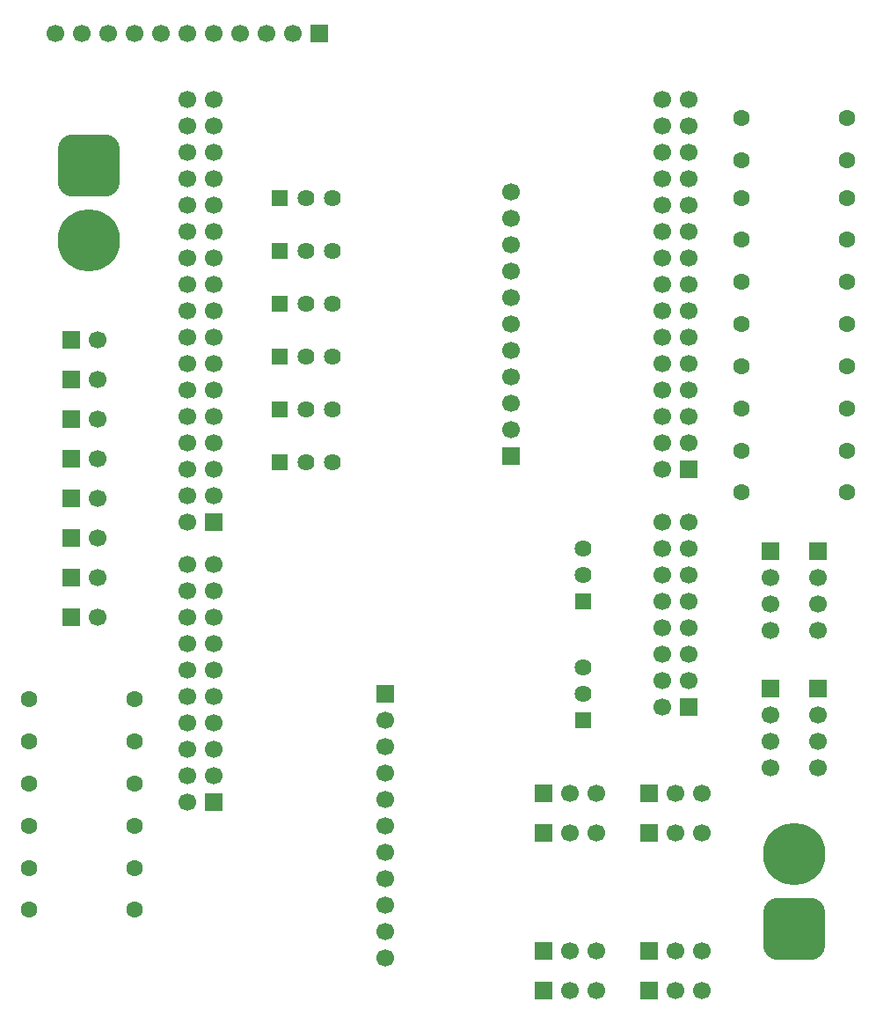
<source format=gts>
G04 #@! TF.GenerationSoftware,KiCad,Pcbnew,9.0.2*
G04 #@! TF.CreationDate,2025-08-04T14:03:07+09:00*
G04 #@! TF.ProjectId,F767ZI_MB_V1.5,46373637-5a49-45f4-9d42-5f56312e352e,rev?*
G04 #@! TF.SameCoordinates,Original*
G04 #@! TF.FileFunction,Soldermask,Top*
G04 #@! TF.FilePolarity,Negative*
%FSLAX46Y46*%
G04 Gerber Fmt 4.6, Leading zero omitted, Abs format (unit mm)*
G04 Created by KiCad (PCBNEW 9.0.2) date 2025-08-04 14:03:07*
%MOMM*%
%LPD*%
G01*
G04 APERTURE LIST*
G04 Aperture macros list*
%AMRoundRect*
0 Rectangle with rounded corners*
0 $1 Rounding radius*
0 $2 $3 $4 $5 $6 $7 $8 $9 X,Y pos of 4 corners*
0 Add a 4 corners polygon primitive as box body*
4,1,4,$2,$3,$4,$5,$6,$7,$8,$9,$2,$3,0*
0 Add four circle primitives for the rounded corners*
1,1,$1+$1,$2,$3*
1,1,$1+$1,$4,$5*
1,1,$1+$1,$6,$7*
1,1,$1+$1,$8,$9*
0 Add four rect primitives between the rounded corners*
20,1,$1+$1,$2,$3,$4,$5,0*
20,1,$1+$1,$4,$5,$6,$7,0*
20,1,$1+$1,$6,$7,$8,$9,0*
20,1,$1+$1,$8,$9,$2,$3,0*%
G04 Aperture macros list end*
%ADD10R,1.700000X1.700000*%
%ADD11C,1.700000*%
%ADD12C,1.600000*%
%ADD13R,1.625600X1.625600*%
%ADD14C,1.625600*%
%ADD15RoundRect,1.500000X-1.500000X1.500000X-1.500000X-1.500000X1.500000X-1.500000X1.500000X1.500000X0*%
%ADD16C,6.000000*%
%ADD17RoundRect,1.500000X1.500000X-1.500000X1.500000X1.500000X-1.500000X1.500000X-1.500000X-1.500000X0*%
G04 APERTURE END LIST*
D10*
X171450000Y-161930000D03*
D11*
X173990000Y-161930000D03*
X176530000Y-161930000D03*
X176530000Y-150550000D03*
X173990000Y-150550000D03*
D10*
X171450000Y-150550000D03*
D11*
X176530000Y-146740000D03*
X173990000Y-146740000D03*
D10*
X171450000Y-146740000D03*
X171450000Y-165740000D03*
D11*
X173990000Y-165740000D03*
X176530000Y-165740000D03*
D12*
X180340000Y-81788000D03*
X190500000Y-81788000D03*
X180340000Y-117828000D03*
X190500000Y-117828000D03*
X190500000Y-105678000D03*
X180340000Y-105678000D03*
X190500000Y-93528000D03*
X180340000Y-93528000D03*
X190500000Y-101628000D03*
X180340000Y-101628000D03*
X190500000Y-109728000D03*
X180340000Y-109728000D03*
X190500000Y-85838000D03*
X180340000Y-85838000D03*
X190500000Y-113778000D03*
X180340000Y-113778000D03*
X190500000Y-89478000D03*
X180340000Y-89478000D03*
X190500000Y-97578000D03*
X180340000Y-97578000D03*
D10*
X183134000Y-136652000D03*
D11*
X183134000Y-139192000D03*
X183134000Y-141732000D03*
X183134000Y-144272000D03*
X187724000Y-131064000D03*
X187724000Y-128524000D03*
X187724000Y-125984000D03*
D10*
X187724000Y-123444000D03*
D11*
X183134000Y-131064000D03*
X183134000Y-128524000D03*
X183134000Y-125984000D03*
D10*
X183134000Y-123444000D03*
X115824000Y-118364000D03*
D11*
X118364000Y-118364000D03*
D10*
X115824000Y-122174000D03*
D11*
X118364000Y-122174000D03*
X187724000Y-144272000D03*
X187724000Y-141732000D03*
X187724000Y-139192000D03*
D10*
X187724000Y-136652000D03*
D12*
X121920000Y-137710000D03*
X111760000Y-137710000D03*
X121920000Y-157960000D03*
X111760000Y-157960000D03*
D10*
X115827000Y-125997000D03*
D11*
X118367000Y-125997000D03*
D10*
X115824000Y-114554000D03*
D11*
X118364000Y-114554000D03*
D12*
X121920000Y-145810000D03*
X111760000Y-145810000D03*
X121920000Y-153910000D03*
X111760000Y-153910000D03*
X121920000Y-141760000D03*
X111760000Y-141760000D03*
D10*
X115824000Y-110744000D03*
D11*
X118364000Y-110744000D03*
D10*
X115827000Y-129807000D03*
D11*
X118367000Y-129807000D03*
X118364000Y-103124000D03*
D10*
X115824000Y-103124000D03*
D12*
X121920000Y-149860000D03*
X111760000Y-149860000D03*
D11*
X118364000Y-106934000D03*
D10*
X115824000Y-106934000D03*
D13*
X165100000Y-128270000D03*
D14*
X165100000Y-125730000D03*
X165100000Y-123190000D03*
D11*
X172720000Y-80010000D03*
X175260000Y-80010000D03*
X172720000Y-82550000D03*
X175260000Y-82550000D03*
X172720000Y-85090000D03*
X175260000Y-85090000D03*
X172720000Y-87630000D03*
X175260000Y-87630000D03*
X172720000Y-90170000D03*
X175260000Y-90170000D03*
X172720000Y-92710000D03*
X175260000Y-92710000D03*
X172720000Y-95250000D03*
X175260000Y-95250000D03*
X172720000Y-97790000D03*
X175260000Y-97790000D03*
X172720000Y-100330000D03*
X175260000Y-100330000D03*
X172720000Y-102870000D03*
X175260000Y-102870000D03*
X172720000Y-105410000D03*
X175260000Y-105410000D03*
X172720000Y-107950000D03*
X175260000Y-107950000D03*
X172720000Y-110490000D03*
X175260000Y-110490000D03*
X172720000Y-113030000D03*
X175260000Y-113030000D03*
X172720000Y-115570000D03*
D10*
X175260000Y-115570000D03*
D11*
X172720000Y-120660000D03*
X175260000Y-120660000D03*
X172720000Y-123200000D03*
X175260000Y-123200000D03*
X172720000Y-125740000D03*
X175260000Y-125740000D03*
X172720000Y-128280000D03*
X175260000Y-128280000D03*
X172720000Y-130820000D03*
X175260000Y-130820000D03*
X172720000Y-133360000D03*
X175260000Y-133360000D03*
X172720000Y-135900000D03*
X175260000Y-135900000D03*
X172720000Y-138440000D03*
D10*
X175260000Y-138440000D03*
D11*
X166370000Y-146740000D03*
X163830000Y-146740000D03*
D10*
X161290000Y-146740000D03*
D11*
X166370000Y-150550000D03*
X163830000Y-150550000D03*
D10*
X161290000Y-150550000D03*
D11*
X158115000Y-88900000D03*
X158115000Y-91440000D03*
X158115000Y-93980000D03*
X158115000Y-96520000D03*
X158115000Y-99060000D03*
X158115000Y-101600000D03*
X158115000Y-104140000D03*
X158115000Y-106680000D03*
X158115000Y-109220000D03*
X158115000Y-111760000D03*
D10*
X158115000Y-114300000D03*
D13*
X135890000Y-114935000D03*
D14*
X138430000Y-114935000D03*
X140970000Y-114935000D03*
D13*
X165100000Y-139700000D03*
D14*
X165100000Y-137160000D03*
X165100000Y-134620000D03*
X140970000Y-109855000D03*
X138430000Y-109855000D03*
D13*
X135890000Y-109855000D03*
X135890000Y-99695000D03*
D14*
X138430000Y-99695000D03*
X140970000Y-99695000D03*
D13*
X135890000Y-94615000D03*
D14*
X138430000Y-94615000D03*
X140970000Y-94615000D03*
D13*
X135890000Y-89535000D03*
D14*
X138430000Y-89535000D03*
X140970000Y-89535000D03*
D13*
X135890000Y-104775000D03*
D14*
X138430000Y-104775000D03*
X140970000Y-104775000D03*
D10*
X161290000Y-165740000D03*
D11*
X163830000Y-165740000D03*
X166370000Y-165740000D03*
X166370000Y-161930000D03*
X163830000Y-161930000D03*
D10*
X161290000Y-161930000D03*
D15*
X117475000Y-86360000D03*
D16*
X117475000Y-93560000D03*
D17*
X185420000Y-159766000D03*
D16*
X185420000Y-152566000D03*
D10*
X139700000Y-73660000D03*
D11*
X137160000Y-73660000D03*
X134620000Y-73660000D03*
X132080000Y-73660000D03*
X129540000Y-73660000D03*
X127000000Y-73660000D03*
X124460000Y-73660000D03*
X121920000Y-73660000D03*
X119380000Y-73660000D03*
X116840000Y-73660000D03*
X114300000Y-73660000D03*
D10*
X146050000Y-137160000D03*
D11*
X146050000Y-139700000D03*
X146050000Y-142240000D03*
X146050000Y-144780000D03*
X146050000Y-147320000D03*
X146050000Y-149860000D03*
X146050000Y-152400000D03*
X146050000Y-154940000D03*
X146050000Y-157480000D03*
X146050000Y-160020000D03*
X146050000Y-162560000D03*
D10*
X129540000Y-120650000D03*
D11*
X127000000Y-120650000D03*
X129540000Y-118110000D03*
X127000000Y-118110000D03*
X129540000Y-115570000D03*
X127000000Y-115570000D03*
X129540000Y-113030000D03*
X127000000Y-113030000D03*
X129540000Y-110490000D03*
X127000000Y-110490000D03*
X129540000Y-107950000D03*
X127000000Y-107950000D03*
X129540000Y-105410000D03*
X127000000Y-105410000D03*
X129540000Y-102870000D03*
X127000000Y-102870000D03*
X129540000Y-100330000D03*
X127000000Y-100330000D03*
X129540000Y-97790000D03*
X127000000Y-97790000D03*
X129540000Y-95250000D03*
X127000000Y-95250000D03*
X129540000Y-92710000D03*
X127000000Y-92710000D03*
X129540000Y-90170000D03*
X127000000Y-90170000D03*
X129540000Y-87630000D03*
X127000000Y-87630000D03*
X129540000Y-85090000D03*
X127000000Y-85090000D03*
X129540000Y-82550000D03*
X127000000Y-82550000D03*
X129540000Y-80010000D03*
X127000000Y-80010000D03*
D10*
X129540000Y-147600000D03*
D11*
X127000000Y-147600000D03*
X129540000Y-145060000D03*
X127000000Y-145060000D03*
X129540000Y-142520000D03*
X127000000Y-142520000D03*
X129540000Y-139980000D03*
X127000000Y-139980000D03*
X129540000Y-137440000D03*
X127000000Y-137440000D03*
X129540000Y-134900000D03*
X127000000Y-134900000D03*
X129540000Y-132360000D03*
X127000000Y-132360000D03*
X129540000Y-129820000D03*
X127000000Y-129820000D03*
X129540000Y-127280000D03*
X127000000Y-127280000D03*
X129540000Y-124740000D03*
X127000000Y-124740000D03*
M02*

</source>
